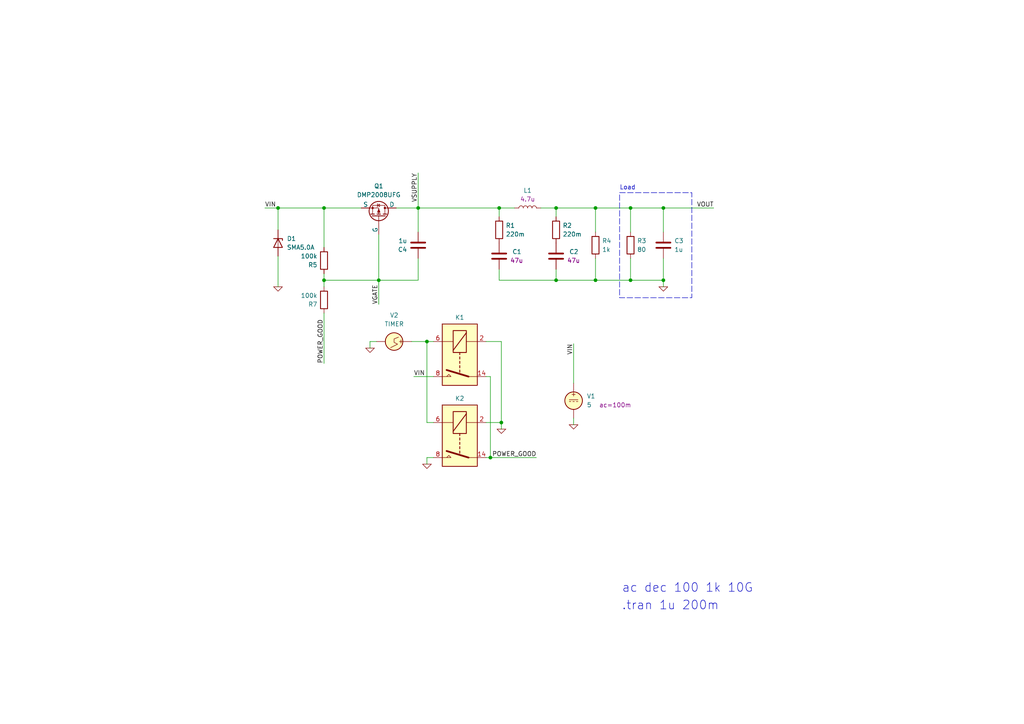
<source format=kicad_sch>
(kicad_sch (version 20230121) (generator eeschema)
  (paper "A4")
  (lib_symbols
    (symbol "Device:C" (pin_numbers hide) (pin_names (offset 0.254))
      (property "Reference" "C" (at 0.635 2.54 0))
      (property "Value" "C" (at 0.635 -2.54 0))
      (symbol "C_0_1"
        (polyline (pts (xy -2.032 -0.762) (xy 2.032 -0.762)) (stroke (width 0.508)))
        (polyline (pts (xy -2.032 0.762) (xy 2.032 0.762)) (stroke (width 0.508)))
      )
      (symbol "C_1_1"
        (pin passive line (at 0 3.81 270) (length 2.794) (name "~") (number "1"))
        (pin passive line (at 0 -3.81 90) (length 2.794) (name "~") (number "2"))
      )
    )
    (symbol "Device:D_Zener" (pin_numbers hide) (pin_names (offset 1.016) hide)
      (property "Reference" "D" (at 0 2.54 0))
      (property "Value" "D_Zener" (at 0 -2.54 0))
      (symbol "D_Zener_0_1"
        (polyline (pts (xy 1.27 0) (xy -1.27 0)))
        (polyline (pts (xy -1.27 -1.27) (xy -1.27 1.27) (xy -0.762 1.27)) (stroke (width 0.254)))
        (polyline (pts (xy 1.27 -1.27) (xy 1.27 1.27) (xy -1.27 0) (xy 1.27 -1.27)) (stroke (width 0.254)))
      )
      (symbol "D_Zener_1_1"
        (pin passive line (at -3.81 0 0) (length 2.54) (name "K") (number "1"))
        (pin passive line (at 3.81 0 180) (length 2.54) (name "A") (number "2"))
      )
    )
    (symbol "Device:L" (pin_numbers hide) (pin_names (offset 1.016) hide)
      (property "Reference" "L" (at -1.27 0 90))
      (property "Value" "L" (at 1.905 0 90))
      (symbol "L_0_1"
        (arc (start 0 -2.54) (mid 0.6323 -1.905) (end 0 -1.27))
        (arc (start 0 -1.27) (mid 0.6323 -0.635) (end 0 0))
        (arc (start 0 0) (mid 0.6323 0.635) (end 0 1.27))
        (arc (start 0 1.27) (mid 0.6323 1.905) (end 0 2.54))
      )
      (symbol "L_1_1"
        (pin passive line (at 0 3.81 270) (length 1.27) (name "1") (number "1"))
        (pin passive line (at 0 -3.81 90) (length 1.27) (name "2") (number "2"))
      )
    )
    (symbol "Device:R" (pin_numbers hide) (pin_names (offset 0))
      (property "Reference" "R" (at 2.032 0 90))
      (property "Value" "R" (at 0 0 90))
      (symbol "R_0_1"
        (rectangle (start -1.016 -2.54) (end 1.016 2.54) (stroke (width 0.254)))
      )
      (symbol "R_1_1"
        (pin passive line (at 0 3.81 270) (length 1.27) (name "~") (number "1"))
        (pin passive line (at 0 -3.81 90) (length 1.27) (name "~") (number "2"))
      )
    )
    (symbol "Relay:DIPxx-1Axx-13x"
      (property "Reference" "K" (at 8.89 3.81 0))
      (property "Value" "DIPxx-1Axx-13x" (at 8.89 1.27 0))
      (symbol "DIPxx-1Axx-13x_0_0"
        (polyline (pts (xy 5.08 5.08) (xy 5.08 2.54) (xy 4.445 3.175) (xy 5.08 3.81)))
      )
      (symbol "DIPxx-1Axx-13x_0_1"
        (rectangle (start -10.16 5.08) (end 7.62 -5.08) (stroke (width 0.254)) (fill (type background)))
        (rectangle (start -8.255 1.905) (end -1.905 -1.905) (stroke (width 0.254)))
        (polyline (pts (xy -7.62 -1.905) (xy -2.54 1.905)) (stroke (width 0.254)))
        (polyline (pts (xy -5.08 -5.08) (xy -5.08 -1.905)))
        (polyline (pts (xy -5.08 5.08) (xy -5.08 1.905)))
        (polyline (pts (xy -1.905 0) (xy -1.27 0)) (stroke (width 0.254)))
        (polyline (pts (xy -0.635 0) (xy 0 0)) (stroke (width 0.254)))
        (polyline (pts (xy 0.635 0) (xy 1.27 0)) (stroke (width 0.254)))
        (polyline (pts (xy 1.905 0) (xy 2.54 0)) (stroke (width 0.254)))
        (polyline (pts (xy 3.175 0) (xy 3.81 0)) (stroke (width 0.254)))
        (polyline (pts (xy 5.08 -2.54) (xy 3.175 3.81)) (stroke (width 0.508)))
        (polyline (pts (xy 5.08 -2.54) (xy 5.08 -5.08)))
      )
      (symbol "DIPxx-1Axx-13x_1_1"
        (pin passive line (at 5.08 -7.62 90) (length 2.54) (name "~") (number "14"))
        (pin passive line (at -5.08 -7.62 90) (length 2.54) (name "~") (number "2"))
        (pin passive line (at -5.08 7.62 270) (length 2.54) (name "~") (number "6"))
        (pin passive line (at 5.08 7.62 270) (length 2.54) (name "~") (number "8"))
      )
    )
    (symbol "Simulation_SPICE:0" (power) (pin_names (offset 0))
      (property "Value" "0" (at 0 -1.778 0))
      (symbol "0_0_1"
        (polyline (pts (xy -1.27 0) (xy 0 -1.27) (xy 1.27 0) (xy -1.27 0)))
      )
      (symbol "0_1_1"
        (pin power_in line (at 0 0 0) (length 0) hide (name "0") (number "1"))
      )
    )
    (symbol "Simulation_SPICE:PMOS" (pin_numbers hide) (pin_names (offset 0))
      (property "Reference" "Q" (at 5.08 1.27 0))
      (property "Value" "PMOS" (at 5.08 -1.27 0))
      (symbol "PMOS_0_1"
        (polyline (pts (xy 0.254 0) (xy -2.54 0)))
        (polyline (pts (xy 0.254 1.905) (xy 0.254 -1.905)) (stroke (width 0.254)))
        (polyline (pts (xy 0.762 -1.27) (xy 0.762 -2.286)) (stroke (width 0.254)))
        (polyline (pts (xy 0.762 0.508) (xy 0.762 -0.508)) (stroke (width 0.254)))
        (polyline (pts (xy 0.762 2.286) (xy 0.762 1.27)) (stroke (width 0.254)))
        (polyline (pts (xy 2.54 2.54) (xy 2.54 1.778)))
        (polyline (pts (xy 2.54 -2.54) (xy 2.54 0) (xy 0.762 0)))
        (polyline (pts (xy 0.762 1.778) (xy 3.302 1.778) (xy 3.302 -1.778) (xy 0.762 -1.778)))
        (polyline (pts (xy 2.286 0) (xy 1.27 0.381) (xy 1.27 -0.381) (xy 2.286 0)) (fill (type outline)))
        (polyline (pts (xy 2.794 -0.508) (xy 2.921 -0.381) (xy 3.683 -0.381) (xy 3.81 -0.254)))
        (polyline (pts (xy 3.302 -0.381) (xy 2.921 0.254) (xy 3.683 0.254) (xy 3.302 -0.381)))
        (circle (center 1.651 0) (radius 2.794) (stroke (width 0.254)))
        (circle (center 2.54 -1.778) (radius 0.254) (fill (type outline)))
        (circle (center 2.54 1.778) (radius 0.254) (fill (type outline)))
      )
      (symbol "PMOS_1_1"
        (pin passive line (at 2.54 5.08 270) (length 2.54) (name "D") (number "1"))
        (pin input line (at -5.08 0 0) (length 2.54) (name "G") (number "2"))
        (pin passive line (at 2.54 -5.08 90) (length 2.54) (name "S") (number "3"))
      )
    )
    (symbol "Simulation_SPICE:VDC" (pin_numbers hide) (pin_names (offset 0.0254))
      (property "Reference" "V" (at 2.54 2.54 0))
      (property "Value" "1" (at 2.54 0 0))
      (symbol "VDC_0_0"
        (polyline (pts (xy -1.27 0.254) (xy 1.27 0.254)))
        (polyline (pts (xy -0.762 -0.254) (xy -1.27 -0.254)))
        (polyline (pts (xy 0.254 -0.254) (xy -0.254 -0.254)))
        (polyline (pts (xy 1.27 -0.254) (xy 0.762 -0.254)))
        (text "+" (at 0 1.905 0) (effects (font (size 1.27 1.27))))
      )
      (symbol "VDC_0_1"
        (circle (center 0 0) (radius 2.54) (stroke (width 0.254)) (fill (type background)))
      )
      (symbol "VDC_1_1"
        (pin passive line (at 0 5.08 270) (length 2.54) (name "~") (number "1"))
        (pin passive line (at 0 -5.08 90) (length 2.54) (name "~") (number "2"))
      )
    )
    (symbol "Simulation_SPICE:VPWL" (pin_numbers hide) (pin_names (offset 0.0254))
      (property "Reference" "V" (at 2.54 2.54 0))
      (property "Value" "VPWL" (at 2.54 0 0))
      (property "Sim.Params" "pwl=\"0 -1 50n -1 51n 0 97n 1 171n -1 200n -1\"" (at 2.54 -2.54 0))
      (symbol "VPWL_0_0"
        (polyline (pts (xy -1.778 -1.016) (xy -0.762 1.016) (xy -0.254 0) (xy 0.762 0) (xy 1.27 1.27)))
        (text "+" (at 0 1.905 0) (effects (font (size 1.27 1.27))))
      )
      (symbol "VPWL_0_1"
        (circle (center 0 0) (radius 2.54) (stroke (width 0.254)) (fill (type background)))
      )
      (symbol "VPWL_1_1"
        (pin passive line (at 0 5.08 270) (length 2.54) (name "~") (number "1"))
        (pin passive line (at 0 -5.08 90) (length 2.54) (name "~") (number "2"))
      )
    )
  )
  (junction (at 192.405 81.28))
  (junction (at 172.72 81.28))
  (junction (at 142.24 132.715))
  (junction (at 121.285 60.325))
  (junction (at 123.825 99.06))
  (junction (at 80.645 60.325))
  (junction (at 109.855 81.28))
  (junction (at 93.98 81.28))
  (junction (at 161.29 81.28))
  (junction (at 161.29 60.325))
  (junction (at 182.88 81.28))
  (junction (at 144.78 60.325))
  (junction (at 182.88 60.325))
  (junction (at 145.415 122.555))
  (junction (at 172.72 60.325))
  (junction (at 192.405 60.325))
  (junction (at 93.98 60.325))
  (wire (pts (xy 192.405 60.325) (xy 207.01 60.325)))
  (wire (pts (xy 145.415 122.555) (xy 145.415 124.46)))
  (wire (pts (xy 140.97 109.22) (xy 142.24 109.22)))
  (wire (pts (xy 93.98 60.325) (xy 104.775 60.325)))
  (wire (pts (xy 121.285 50.165) (xy 121.285 60.325)))
  (wire (pts (xy 172.72 74.93) (xy 172.72 81.28)))
  (wire (pts (xy 182.88 60.325) (xy 192.405 60.325)))
  (wire (pts (xy 182.88 60.325) (xy 182.88 67.31)))
  (wire (pts (xy 93.98 60.325) (xy 93.98 71.755)))
  (wire (pts (xy 93.98 90.805) (xy 93.98 105.41)))
  (wire (pts (xy 109.855 81.28) (xy 121.285 81.28)))
  (wire (pts (xy 166.37 99.695) (xy 166.37 111.125)))
  (wire (pts (xy 145.415 122.555) (xy 140.97 122.555)))
  (wire (pts (xy 107.315 99.06) (xy 107.315 100.965)))
  (wire (pts (xy 192.405 60.325) (xy 192.405 67.31)))
  (wire (pts (xy 142.24 132.715) (xy 155.575 132.715)))
  (wire (pts (xy 172.72 60.325) (xy 182.88 60.325)))
  (wire (pts (xy 109.855 67.945) (xy 109.855 81.28)))
  (wire (pts (xy 182.88 74.93) (xy 182.88 81.28)))
  (wire (pts (xy 120.015 109.22) (xy 125.73 109.22)))
  (wire (pts (xy 123.825 132.715) (xy 123.825 134.62)))
  (wire (pts (xy 192.405 74.93) (xy 192.405 81.28)))
  (wire (pts (xy 80.645 60.325) (xy 93.98 60.325)))
  (wire (pts (xy 172.72 60.325) (xy 172.72 67.31)))
  (wire (pts (xy 123.825 122.555) (xy 125.73 122.555)))
  (wire (pts (xy 182.88 81.28) (xy 192.405 81.28)))
  (wire (pts (xy 140.97 99.06) (xy 145.415 99.06)))
  (wire (pts (xy 125.73 99.06) (xy 123.825 99.06)))
  (wire (pts (xy 192.405 81.28) (xy 192.405 83.185)))
  (wire (pts (xy 109.855 81.28) (xy 93.98 81.28)))
  (wire (pts (xy 161.29 81.28) (xy 172.72 81.28)))
  (wire (pts (xy 119.38 99.06) (xy 123.825 99.06)))
  (wire (pts (xy 161.29 60.325) (xy 172.72 60.325)))
  (wire (pts (xy 144.78 60.325) (xy 149.225 60.325)))
  (wire (pts (xy 76.835 60.325) (xy 80.645 60.325)))
  (wire (pts (xy 121.285 74.93) (xy 121.285 81.28)))
  (wire (pts (xy 144.78 81.28) (xy 144.78 78.105)))
  (wire (pts (xy 142.24 132.715) (xy 140.97 132.715)))
  (wire (pts (xy 144.78 60.325) (xy 144.78 62.865)))
  (wire (pts (xy 93.98 79.375) (xy 93.98 81.28)))
  (wire (pts (xy 121.285 60.325) (xy 121.285 67.31)))
  (wire (pts (xy 142.24 109.22) (xy 142.24 132.715)))
  (wire (pts (xy 172.72 81.28) (xy 182.88 81.28)))
  (wire (pts (xy 109.22 99.06) (xy 107.315 99.06)))
  (wire (pts (xy 161.29 81.28) (xy 161.29 78.105)))
  (wire (pts (xy 93.98 83.185) (xy 93.98 81.28)))
  (wire (pts (xy 166.37 121.285) (xy 166.37 123.19)))
  (wire (pts (xy 125.73 132.715) (xy 123.825 132.715)))
  (wire (pts (xy 121.285 60.325) (xy 144.78 60.325)))
  (wire (pts (xy 114.935 60.325) (xy 121.285 60.325)))
  (wire (pts (xy 80.645 66.675) (xy 80.645 60.325)))
  (wire (pts (xy 80.645 74.295) (xy 80.645 83.185)))
  (wire (pts (xy 161.29 60.325) (xy 161.29 62.865)))
  (wire (pts (xy 156.845 60.325) (xy 161.29 60.325)))
  (wire (pts (xy 145.415 99.06) (xy 145.415 122.555)))
  (wire (pts (xy 109.855 88.265) (xy 109.855 81.28)))
  (wire (pts (xy 144.78 81.28) (xy 161.29 81.28)))
  (wire (pts (xy 123.825 99.06) (xy 123.825 122.555)))
  (rectangle (start 179.705 55.88) (end 200.66 86.36) (stroke (width 0) (type dash)))
  (text "Load" (at 179.705 55.245 0) (effects (font (size 1.27 1.27)) (justify left bottom)))
  (text "ac dec 100 1k 10G" (at 180.34 172.085 0) (effects (font (size 2.54 2.54)) (justify left bottom)))
  (text ".tran 1u 200m" (at 180.34 177.165 0) (effects (font (size 2.54 2.54)) (justify left bottom)))
  (label "VIN" (at 120.015 109.22 0))
  (label "VOUT" (at 207.01 60.325 180))
  (label "POWER_GOOD" (at 93.98 105.41 90))
  (label "VGATE" (at 109.855 88.265 90))
  (label "POWER_GOOD" (at 155.575 132.715 180))
  (label "VIN" (at 166.37 99.695 270))
  (label "VSUPPLY" (at 121.285 50.165 270))
  (label "VIN" (at 76.835 60.325 0))
  (symbol (lib_id "Simulation_SPICE:0") (at 145.415 124.46 0) (mirror y) (unit 1)
    (property "Reference" "#GND05" (effects hide))
    (property "Value" "0" (effects hide))
  )
  (symbol (lib_id "Device:R") (at 93.98 86.995 180) (unit 1)
    (property "Reference" "R7" (at 92.075 88.265 0) (effects (justify left)))
    (property "Value" "100k" (at 92.075 85.725 0) (effects (justify left)))
  )
  (symbol (lib_id "Simulation_SPICE:VPWL") (at 114.3 99.06 270) (mirror x) (unit 1)
    (property "Reference" "V2" (at 114.3357 91.44 90))
    (property "Value" "TIMER" (at 114.3357 93.98 90))
    (property "Sim.Pins" "1=+ 2=-" (effects hide))
    (property "Sim.Device" "V" (effects hide))
    (property "Sim.Params" "pwl=\"0 0 5m 4 5001u 4.1\"" (effects hide))
    (property "Sim.Type" "PWL" (effects hide))
  )
  (symbol (lib_id "Simulation_SPICE:0") (at 192.405 83.185 0) (unit 1)
    (property "Reference" "#GND01" (effects hide))
    (property "Value" "0" (effects hide))
  )
  (symbol (lib_id "Simulation_SPICE:0") (at 123.825 134.62 0) (mirror y) (unit 1)
    (property "Reference" "#GND06" (effects hide))
    (property "Value" "0" (effects hide))
  )
  (symbol (lib_id "Simulation_SPICE:PMOS") (at 109.855 62.865 270) (mirror x) (unit 1)
    (property "Reference" "Q1" (at 109.855 53.975 90))
    (property "Value" "DMP2008UFG" (at 109.855 56.515 90))
    (property "Datasheet" "https://ngspice.sourceforge.io/docs/ngspice-manual.pdf" (effects hide))
    (property "Sim.Device" "SUBCKT" (effects hide))
    (property "Sim.Pins" "1=10 2=20 3=30" (effects hide))
    (property "Sim.Library" "SPICEModels/DMP2008UFG.lib" (effects hide))
    (property "Sim.Name" "DMP2008UFG" (effects hide))
  )
  (symbol (lib_id "Device:C") (at 144.78 74.295 0) (unit 1)
    (property "Reference" "C1" (at 148.59 73.025 0) (effects (justify left)))
    (property "Value" "${SIM.PARAMS}" (effects hide))
    (property "Datasheet" "47u" (at 149.86 75.565 0))
    (property "Sim.Device" "SUBCKT" (effects hide))
    (property "Sim.Pins" "1=port1 2=port2" (effects hide))
    (property "Sim.Library" "SPICEModels/MURATA_47uF.lib" (effects hide))
    (property "Sim.Name" "GRM32ER61C476ME15_DC0V_25degC" (effects hide))
  )
  (symbol (lib_id "Device:R") (at 93.98 75.565 180) (unit 1)
    (property "Reference" "R5" (at 92.075 76.835 0) (effects (justify left)))
    (property "Value" "100k" (at 92.075 74.295 0) (effects (justify left)))
  )
  (symbol (lib_id "Device:R") (at 161.29 66.675 0) (unit 1)
    (property "Reference" "R2" (at 163.195 65.405 0) (effects (justify left)))
    (property "Value" "220m" (at 163.195 67.945 0) (effects (justify left)))
  )
  (symbol (lib_id "Device:C") (at 192.405 71.12 0) (unit 1)
    (property "Reference" "C3" (at 195.58 69.85 0) (effects (justify left)))
    (property "Value" "1u" (at 195.58 72.39 0) (effects (justify left)))
  )
  (symbol (lib_id "Device:D_Zener") (at 80.645 70.485 270) (unit 1)
    (property "Reference" "D1" (at 83.185 69.215 90) (effects (justify left)))
    (property "Value" "SMA5.0A" (at 83.185 71.755 90) (effects (justify left)))
    (property "Sim.Library" "SPICEModels/SMAJxxxA.lib" (effects hide))
    (property "Sim.Name" "SMAJ5.0A" (effects hide))
    (property "Sim.Device" "SUBCKT" (effects hide))
    (property "Sim.Pins" "1=2 2=1" (effects hide))
  )
  (symbol (lib_id "Relay:DIPxx-1Axx-13x") (at 133.35 104.14 90) (mirror x) (unit 1)
    (property "Reference" "K1" (at 133.35 92.075 90))
    (property "Value" "DIPxx-1Axx-13x" (effects hide))
    (property "Footprint" "Relay_THT:Relay_StandexMeder_DIP_LowProfile" (effects hide))
    (property "Datasheet" "https://standexelectronics.com/wp-content/uploads/datasheet_reed_relay_DIP.pdf" (effects hide))
    (property "Sim.Device" "SW" (effects hide))
    (property "Sim.Type" "V" (effects hide))
    (property "Sim.Pins" "2=ctrl- 6=ctrl+ 8=no+ 14=no-" (effects hide))
    (property "Sim.Params" "thr=4.1 ron=1T roff=1m ic=off" (effects hide))
  )
  (symbol (lib_id "Device:R") (at 172.72 71.12 0) (unit 1)
    (property "Reference" "R4" (at 174.625 69.85 0) (effects (justify left)))
    (property "Value" "1k" (at 174.625 72.39 0) (effects (justify left)))
  )
  (symbol (lib_id "Simulation_SPICE:0") (at 107.315 100.965 0) (mirror y) (unit 1)
    (property "Reference" "#GND04" (effects hide))
    (property "Value" "0" (effects hide))
  )
  (symbol (lib_id "Device:R") (at 182.88 71.12 0) (unit 1)
    (property "Reference" "R3" (at 184.785 69.85 0) (effects (justify left)))
    (property "Value" "80" (at 184.785 72.39 0) (effects (justify left)))
  )
  (symbol (lib_id "Simulation_SPICE:0") (at 166.37 123.19 0) (unit 1)
    (property "Reference" "#GND02" (effects hide))
    (property "Value" "0" (effects hide))
  )
  (symbol (lib_id "Simulation_SPICE:VDC") (at 166.37 116.205 0) (unit 1)
    (property "Reference" "V1" (at 170.18 114.8992 0) (effects (justify left)))
    (property "Value" "5" (at 170.18 117.4392 0) (effects (justify left)))
    (property "Sim.Pins" "1=+ 2=-" (effects hide))
    (property "Sim.Type" "DC" (effects hide))
    (property "Sim.Device" "V" (effects hide))
    (property "Sim.Params" "ac=100m" (at 178.435 117.475 0))
  )
  (symbol (lib_id "Device:R") (at 144.78 66.675 0) (unit 1)
    (property "Reference" "R1" (at 146.685 65.405 0) (effects (justify left)))
    (property "Value" "220m" (at 146.685 67.945 0) (effects (justify left)))
  )
  (symbol (lib_id "Device:C") (at 161.29 74.295 0) (unit 1)
    (property "Reference" "C2" (at 165.1 73.025 0) (effects (justify left)))
    (property "Value" "${SIM.PARAMS}" (effects hide))
    (property "Datasheet" "47u" (at 166.37 75.565 0))
    (property "Sim.Device" "SUBCKT" (effects hide))
    (property "Sim.Pins" "1=port1 2=port2" (effects hide))
    (property "Sim.Library" "SPICEModels/MURATA_47uF.lib" (effects hide))
    (property "Sim.Name" "GRM32ER61C476ME15_DC0V_25degC" (effects hide))
  )
  (symbol (lib_id "Device:L") (at 153.035 60.325 90) (unit 1)
    (property "Reference" "L1" (at 153.035 55.245 90))
    (property "Value" "${SIM.PARAMS}" (effects hide))
    (property "Datasheet" "4.7u" (at 153.035 57.785 90))
    (property "Sim.Device" "SUBCKT" (effects hide))
    (property "Sim.Pins" "1=1 2=2" (effects hide))
    (property "Sim.Library" "SPICEModels/104CDMCCDS.lib" (effects hide))
    (property "Sim.Name" "104CDMCCDS_4R7MC" (effects hide))
  )
  (symbol (lib_id "Relay:DIPxx-1Axx-13x") (at 133.35 127.635 90) (mirror x) (unit 1)
    (property "Reference" "K2" (at 133.35 115.57 90))
    (property "Value" "DIPxx-1Axx-13x" (effects hide))
    (property "Footprint" "Relay_THT:Relay_StandexMeder_DIP_LowProfile" (effects hide))
    (property "Datasheet" "https://standexelectronics.com/wp-content/uploads/datasheet_reed_relay_DIP.pdf" (effects hide))
    (property "Sim.Device" "SW" (effects hide))
    (property "Sim.Type" "V" (effects hide))
    (property "Sim.Pins" "2=ctrl- 6=ctrl+ 8=no+ 14=no-" (effects hide))
    (property "Sim.Params" "thr=4.1 ron=1m roff=1T ic=off" (effects hide))
  )
  (symbol (lib_id "Simulation_SPICE:0") (at 80.645 83.185 0) (unit 1)
    (property "Reference" "#GND03" (effects hide))
    (property "Value" "0" (effects hide))
  )
  (symbol (lib_id "Device:C") (at 121.285 71.12 180) (unit 1)
    (property "Reference" "C4" (at 118.11 72.39 0) (effects (justify left)))
    (property "Value" "1u" (at 118.11 69.85 0) (effects (justify left)))
  )
)
</source>
